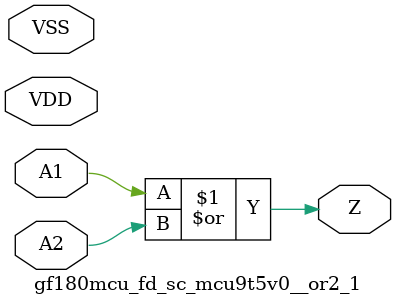
<source format=v>

module gf180mcu_fd_sc_mcu9t5v0__or2_1( A1, A2, Z, VDD, VSS );
input A1, A2;
inout VDD, VSS;
output Z;

	or MGM_BG_0( Z, A1, A2 );

endmodule

</source>
